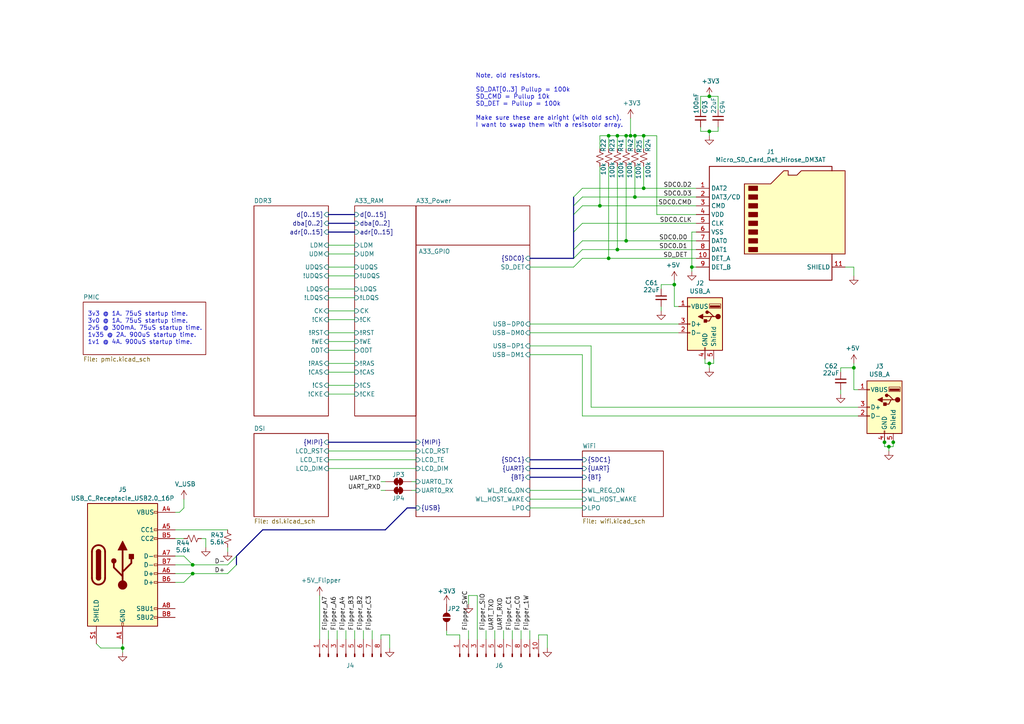
<source format=kicad_sch>
(kicad_sch (version 20231120) (generator "eeschema") (generator_version "8.0")
  (paper "A4")
  (title_block (title "Wifi Wart NFF") (rev "R0.1") (company "Interrupt Labs"))
  (lib_symbols
    (symbol "Connector:Conn_01x08_Pin" (pin_names (offset 1.016) hide)
      (property "Reference" "J" (at 0 10.16 0))
      (property "Value" "Conn_01x08_Pin" (at 0 -12.7 0))
      (symbol "Conn_01x08_Pin_1_1"
        (polyline (pts (xy 1.27 -10.16) (xy 0.8636 -10.16)) (stroke (width 0.1524)))
        (polyline (pts (xy 1.27 -7.62) (xy 0.8636 -7.62)) (stroke (width 0.1524)))
        (polyline (pts (xy 1.27 -5.08) (xy 0.8636 -5.08)) (stroke (width 0.1524)))
        (polyline (pts (xy 1.27 -2.54) (xy 0.8636 -2.54)) (stroke (width 0.1524)))
        (polyline (pts (xy 1.27 0) (xy 0.8636 0)) (stroke (width 0.1524)))
        (polyline (pts (xy 1.27 2.54) (xy 0.8636 2.54)) (stroke (width 0.1524)))
        (polyline (pts (xy 1.27 5.08) (xy 0.8636 5.08)) (stroke (width 0.1524)))
        (polyline (pts (xy 1.27 7.62) (xy 0.8636 7.62)) (stroke (width 0.1524)))
        (rectangle (start 0.8636 -10.033) (end 0 -10.287) (stroke (width 0.1524)) (fill (type outline)))
        (rectangle (start 0.8636 -7.493) (end 0 -7.747) (stroke (width 0.1524)) (fill (type outline)))
        (rectangle (start 0.8636 -4.953) (end 0 -5.207) (stroke (width 0.1524)) (fill (type outline)))
        (rectangle (start 0.8636 -2.413) (end 0 -2.667) (stroke (width 0.1524)) (fill (type outline)))
        (rectangle (start 0.8636 0.127) (end 0 -0.127) (stroke (width 0.1524)) (fill (type outline)))
        (rectangle (start 0.8636 2.667) (end 0 2.413) (stroke (width 0.1524)) (fill (type outline)))
        (rectangle (start 0.8636 5.207) (end 0 4.953) (stroke (width 0.1524)) (fill (type outline)))
        (rectangle (start 0.8636 7.747) (end 0 7.493) (stroke (width 0.1524)) (fill (type outline)))
        (pin passive line (at 5.08 7.62 180) (length 3.81) (name "Pin_1") (number "1"))
        (pin passive line (at 5.08 5.08 180) (length 3.81) (name "Pin_2") (number "2"))
        (pin passive line (at 5.08 2.54 180) (length 3.81) (name "Pin_3") (number "3"))
        (pin passive line (at 5.08 0 180) (length 3.81) (name "Pin_4") (number "4"))
        (pin passive line (at 5.08 -2.54 180) (length 3.81) (name "Pin_5") (number "5"))
        (pin passive line (at 5.08 -5.08 180) (length 3.81) (name "Pin_6") (number "6"))
        (pin passive line (at 5.08 -7.62 180) (length 3.81) (name "Pin_7") (number "7"))
        (pin passive line (at 5.08 -10.16 180) (length 3.81) (name "Pin_8") (number "8"))
      )
    )
    (symbol "Connector:Conn_01x10_Pin" (pin_names (offset 1.016) hide)
      (property "Reference" "J" (at 0 12.7 0))
      (property "Value" "Conn_01x10_Pin" (at 0 -15.24 0))
      (symbol "Conn_01x10_Pin_1_1"
        (polyline (pts (xy 1.27 -12.7) (xy 0.8636 -12.7)) (stroke (width 0.1524)))
        (polyline (pts (xy 1.27 -10.16) (xy 0.8636 -10.16)) (stroke (width 0.1524)))
        (polyline (pts (xy 1.27 -7.62) (xy 0.8636 -7.62)) (stroke (width 0.1524)))
        (polyline (pts (xy 1.27 -5.08) (xy 0.8636 -5.08)) (stroke (width 0.1524)))
        (polyline (pts (xy 1.27 -2.54) (xy 0.8636 -2.54)) (stroke (width 0.1524)))
        (polyline (pts (xy 1.27 0) (xy 0.8636 0)) (stroke (width 0.1524)))
        (polyline (pts (xy 1.27 2.54) (xy 0.8636 2.54)) (stroke (width 0.1524)))
        (polyline (pts (xy 1.27 5.08) (xy 0.8636 5.08)) (stroke (width 0.1524)))
        (polyline (pts (xy 1.27 7.62) (xy 0.8636 7.62)) (stroke (width 0.1524)))
        (polyline (pts (xy 1.27 10.16) (xy 0.8636 10.16)) (stroke (width 0.1524)))
        (rectangle (start 0.8636 -12.573) (end 0 -12.827) (stroke (width 0.1524)) (fill (type outline)))
        (rectangle (start 0.8636 -10.033) (end 0 -10.287) (stroke (width 0.1524)) (fill (type outline)))
        (rectangle (start 0.8636 -7.493) (end 0 -7.747) (stroke (width 0.1524)) (fill (type outline)))
        (rectangle (start 0.8636 -4.953) (end 0 -5.207) (stroke (width 0.1524)) (fill (type outline)))
        (rectangle (start 0.8636 -2.413) (end 0 -2.667) (stroke (width 0.1524)) (fill (type outline)))
        (rectangle (start 0.8636 0.127) (end 0 -0.127) (stroke (width 0.1524)) (fill (type outline)))
        (rectangle (start 0.8636 2.667) (end 0 2.413) (stroke (width 0.1524)) (fill (type outline)))
        (rectangle (start 0.8636 5.207) (end 0 4.953) (stroke (width 0.1524)) (fill (type outline)))
        (rectangle (start 0.8636 7.747) (end 0 7.493) (stroke (width 0.1524)) (fill (type outline)))
        (rectangle (start 0.8636 10.287) (end 0 10.033) (stroke (width 0.1524)) (fill (type outline)))
        (pin passive line (at 5.08 10.16 180) (length 3.81) (name "Pin_1") (number "1"))
        (pin passive line (at 5.08 -12.7 180) (length 3.81) (name "Pin_10") (number "10"))
        (pin passive line (at 5.08 7.62 180) (length 3.81) (name "Pin_2") (number "2"))
        (pin passive line (at 5.08 5.08 180) (length 3.81) (name "Pin_3") (number "3"))
        (pin passive line (at 5.08 2.54 180) (length 3.81) (name "Pin_4") (number "4"))
        (pin passive line (at 5.08 0 180) (length 3.81) (name "Pin_5") (number "5"))
        (pin passive line (at 5.08 -2.54 180) (length 3.81) (name "Pin_6") (number "6"))
        (pin passive line (at 5.08 -5.08 180) (length 3.81) (name "Pin_7") (number "7"))
        (pin passive line (at 5.08 -7.62 180) (length 3.81) (name "Pin_8") (number "8"))
        (pin passive line (at 5.08 -10.16 180) (length 3.81) (name "Pin_9") (number "9"))
      )
    )
    (symbol "Connector:Micro_SD_Card_Det_Hirose_DM3AT"
      (property "Reference" "J" (at -16.51 17.78 0))
      (property "Value" "Micro_SD_Card_Det_Hirose_DM3AT" (at 16.51 17.78 0))
      (symbol "Micro_SD_Card_Det_Hirose_DM3AT_0_1"
        (rectangle (start -7.62 -6.985) (end -5.08 -8.255) (stroke (width 0.254)) (fill (type outline)))
        (rectangle (start -7.62 -4.445) (end -5.08 -5.715) (stroke (width 0.254)) (fill (type outline)))
        (rectangle (start -7.62 -1.905) (end -5.08 -3.175) (stroke (width 0.254)) (fill (type outline)))
        (rectangle (start -7.62 0.635) (end -5.08 -0.635) (stroke (width 0.254)) (fill (type outline)))
        (rectangle (start -7.62 3.175) (end -5.08 1.905) (stroke (width 0.254)) (fill (type outline)))
        (rectangle (start -7.62 5.715) (end -5.08 4.445) (stroke (width 0.254)) (fill (type outline)))
        (rectangle (start -7.62 8.255) (end -5.08 6.985) (stroke (width 0.254)) (fill (type outline)))
        (rectangle (start -7.62 10.795) (end -5.08 9.525) (stroke (width 0.254)) (fill (type outline)))
        (polyline (pts (xy 16.51 15.24) (xy 16.51 16.51) (xy -19.05 16.51) (xy -19.05 -16.51) (xy 16.51 -16.51) (xy 16.51 -8.89)) (stroke (width 0.254)))
        (polyline (pts (xy -8.89 -8.89) (xy -8.89 11.43) (xy -1.27 11.43) (xy 2.54 15.24) (xy 3.81 15.24) (xy 3.81 13.97) (xy 6.35 13.97) (xy 7.62 15.24) (xy 20.32 15.24) (xy 20.32 -8.89) (xy -8.89 -8.89)) (stroke (width 0.254)) (fill (type background)))
      )
      (symbol "Micro_SD_Card_Det_Hirose_DM3AT_1_1"
        (pin bidirectional line (at -22.86 10.16 0) (length 3.81) (name "DAT2") (number "1"))
        (pin passive line (at -22.86 -10.16 0) (length 3.81) (name "DET_A") (number "10"))
        (pin passive line (at 20.32 -12.7 180) (length 3.81) (name "SHIELD") (number "11"))
        (pin bidirectional line (at -22.86 7.62 0) (length 3.81) (name "DAT3/CD") (number "2"))
        (pin input line (at -22.86 5.08 0) (length 3.81) (name "CMD") (number "3"))
        (pin power_in line (at -22.86 2.54 0) (length 3.81) (name "VDD") (number "4"))
        (pin input line (at -22.86 0 0) (length 3.81) (name "CLK") (number "5"))
        (pin power_in line (at -22.86 -2.54 0) (length 3.81) (name "VSS") (number "6"))
        (pin bidirectional line (at -22.86 -5.08 0) (length 3.81) (name "DAT0") (number "7"))
        (pin bidirectional line (at -22.86 -7.62 0) (length 3.81) (name "DAT1") (number "8"))
        (pin passive line (at -22.86 -12.7 0) (length 3.81) (name "DET_B") (number "9"))
      )
    )
    (symbol "Connector:USB_A" (pin_names (offset 1.016))
      (property "Reference" "J" (at -5.08 11.43 0))
      (property "Value" "USB_A" (at -5.08 8.89 0))
      (symbol "USB_A_0_1"
        (rectangle (start -5.08 -7.62) (end 5.08 7.62) (stroke (width 0.254)) (fill (type background)))
        (circle (center -3.81 2.159) (radius 0.635) (stroke (width 0.254)) (fill (type outline)))
        (rectangle (start -1.524 4.826) (end -4.318 5.334) (fill (type outline)))
        (rectangle (start -1.27 4.572) (end -4.572 5.842))
        (circle (center -0.635 3.429) (radius 0.381) (stroke (width 0.254)) (fill (type outline)))
        (rectangle (start -0.127 -7.62) (end 0.127 -6.858))
        (polyline (pts (xy -3.175 2.159) (xy -2.54 2.159) (xy -1.27 3.429) (xy -0.635 3.429)) (stroke (width 0.254)))
        (polyline (pts (xy -2.54 2.159) (xy -1.905 2.159) (xy -1.27 0.889) (xy 0 0.889)) (stroke (width 0.254)))
        (polyline (pts (xy 0.635 2.794) (xy 0.635 1.524) (xy 1.905 2.159) (xy 0.635 2.794)) (stroke (width 0.254)) (fill (type outline)))
        (rectangle (start 0.254 1.27) (end -0.508 0.508) (stroke (width 0.254)) (fill (type outline)))
        (rectangle (start 5.08 -2.667) (end 4.318 -2.413))
        (rectangle (start 5.08 -0.127) (end 4.318 0.127))
        (rectangle (start 5.08 4.953) (end 4.318 5.207))
      )
      (symbol "USB_A_1_1"
        (polyline (pts (xy -1.905 2.159) (xy 0.635 2.159)) (stroke (width 0.254)))
        (pin power_in line (at 7.62 5.08 180) (length 2.54) (name "VBUS") (number "1"))
        (pin bidirectional line (at 7.62 -2.54 180) (length 2.54) (name "D-") (number "2"))
        (pin bidirectional line (at 7.62 0 180) (length 2.54) (name "D+") (number "3"))
        (pin power_in line (at 0 -10.16 90) (length 2.54) (name "GND") (number "4"))
        (pin passive line (at -2.54 -10.16 90) (length 2.54) (name "Shield") (number "5"))
      )
    )
    (symbol "Connector:USB_C_Receptacle_USB2.0_16P" (pin_names (offset 1.016))
      (property "Reference" "J" (at 0 22.225 0))
      (property "Value" "USB_C_Receptacle_USB2.0_16P" (at 0 19.685 0))
      (symbol "USB_C_Receptacle_USB2.0_16P_0_0"
        (rectangle (start -0.254 -17.78) (end 0.254 -16.764))
        (rectangle (start 10.16 -14.986) (end 9.144 -15.494))
        (rectangle (start 10.16 -12.446) (end 9.144 -12.954))
        (rectangle (start 10.16 -4.826) (end 9.144 -5.334))
        (rectangle (start 10.16 -2.286) (end 9.144 -2.794))
        (rectangle (start 10.16 0.254) (end 9.144 -0.254))
        (rectangle (start 10.16 2.794) (end 9.144 2.286))
        (rectangle (start 10.16 7.874) (end 9.144 7.366))
        (rectangle (start 10.16 10.414) (end 9.144 9.906))
        (rectangle (start 10.16 15.494) (end 9.144 14.986))
      )
      (symbol "USB_C_Receptacle_USB2.0_16P_0_1"
        (rectangle (start -10.16 17.78) (end 10.16 -17.78) (stroke (width 0.254)) (fill (type background)))
        (arc (start -8.89 -3.81) (mid -6.985 -5.7067) (end -5.08 -3.81) (stroke (width 0.508)))
        (arc (start -7.62 -3.81) (mid -6.985 -4.4423) (end -6.35 -3.81) (stroke (width 0.254)))
        (arc (start -7.62 -3.81) (mid -6.985 -4.4423) (end -6.35 -3.81) (stroke (width 0.254)) (fill (type outline)))
        (rectangle (start -7.62 -3.81) (end -6.35 3.81) (stroke (width 0.254)) (fill (type outline)))
        (arc (start -6.35 3.81) (mid -6.985 4.4423) (end -7.62 3.81) (stroke (width 0.254)))
        (arc (start -6.35 3.81) (mid -6.985 4.4423) (end -7.62 3.81) (stroke (width 0.254)) (fill (type outline)))
        (arc (start -5.08 3.81) (mid -6.985 5.7067) (end -8.89 3.81) (stroke (width 0.508)))
        (circle (center -2.54 1.143) (radius 0.635) (stroke (width 0.254)) (fill (type outline)))
        (circle (center 0 -5.842) (radius 1.27) (fill (type outline)))
        (polyline (pts (xy -8.89 -3.81) (xy -8.89 3.81)) (stroke (width 0.508)))
        (polyline (pts (xy -5.08 3.81) (xy -5.08 -3.81)) (stroke (width 0.508)))
        (polyline (pts (xy 0 -5.842) (xy 0 4.318)) (stroke (width 0.508)))
        (polyline (pts (xy 0 -3.302) (xy -2.54 -0.762) (xy -2.54 0.508)) (stroke (width 0.508)))
        (polyline (pts (xy 0 -2.032) (xy 2.54 0.508) (xy 2.54 1.778)) (stroke (width 0.508)))
        (polyline (pts (xy -1.27 4.318) (xy 0 6.858) (xy 1.27 4.318) (xy -1.27 4.318)) (stroke (width 0.254)) (fill (type outline)))
        (rectangle (start 1.905 1.778) (end 3.175 3.048) (stroke (width 0.254)) (fill (type outline)))
      )
      (symbol "USB_C_Receptacle_USB2.0_16P_1_1"
        (pin passive line (at 0 -22.86 90) (length 5.08) (name "GND") (number "A1"))
        (pin passive line (at 0 -22.86 90) (length 5.08) hide (name "GND") (number "A12"))
        (pin passive line (at 15.24 15.24 180) (length 5.08) (name "VBUS") (number "A4"))
        (pin bidirectional line (at 15.24 10.16 180) (length 5.08) (name "CC1") (number "A5"))
        (pin bidirectional line (at 15.24 -2.54 180) (length 5.08) (name "D+") (number "A6"))
        (pin bidirectional line (at 15.24 2.54 180) (length 5.08) (name "D-") (number "A7"))
        (pin bidirectional line (at 15.24 -12.7 180) (length 5.08) (name "SBU1") (number "A8"))
        (pin passive line (at 15.24 15.24 180) (length 5.08) hide (name "VBUS") (number "A9"))
        (pin passive line (at 0 -22.86 90) (length 5.08) hide (name "GND") (number "B1"))
        (pin passive line (at 0 -22.86 90) (length 5.08) hide (name "GND") (number "B12"))
        (pin passive line (at 15.24 15.24 180) (length 5.08) hide (name "VBUS") (number "B4"))
        (pin bidirectional line (at 15.24 7.62 180) (length 5.08) (name "CC2") (number "B5"))
        (pin bidirectional line (at 15.24 -5.08 180) (length 5.08) (name "D+") (number "B6"))
        (pin bidirectional line (at 15.24 0 180) (length 5.08) (name "D-") (number "B7"))
        (pin bidirectional line (at 15.24 -15.24 180) (length 5.08) (name "SBU2") (number "B8"))
        (pin passive line (at 15.24 15.24 180) (length 5.08) hide (name "VBUS") (number "B9"))
        (pin passive line (at -7.62 -22.86 90) (length 5.08) (name "SHIELD") (number "S1"))
      )
    )
    (symbol "Device:C_Small" (pin_numbers hide) (pin_names (offset 0.254) hide)
      (property "Reference" "C" (at 0.254 1.778 0))
      (property "Value" "C_Small" (at 0.254 -2.032 0))
      (symbol "C_Small_0_1"
        (polyline (pts (xy -1.524 -0.508) (xy 1.524 -0.508)) (stroke (width 0.3302)))
        (polyline (pts (xy -1.524 0.508) (xy 1.524 0.508)) (stroke (width 0.3048)))
      )
      (symbol "C_Small_1_1"
        (pin passive line (at 0 2.54 270) (length 2.032) (name "~") (number "1"))
        (pin passive line (at 0 -2.54 90) (length 2.032) (name "~") (number "2"))
      )
    )
    (symbol "Device:R_Small_US" (pin_numbers hide) (pin_names (offset 0.254) hide)
      (property "Reference" "R" (at 0.762 0.508 0))
      (property "Value" "R_Small_US" (at 0.762 -1.016 0))
      (symbol "R_Small_US_1_1"
        (polyline (pts (xy 0 0) (xy 1.016 -0.381) (xy 0 -0.762) (xy -1.016 -1.143) (xy 0 -1.524)))
        (polyline (pts (xy 0 1.524) (xy 1.016 1.143) (xy 0 0.762) (xy -1.016 0.381) (xy 0 0)))
        (pin passive line (at 0 2.54 270) (length 1.016) (name "~") (number "1"))
        (pin passive line (at 0 -2.54 90) (length 1.016) (name "~") (number "2"))
      )
    )
    (symbol "Jumper:SolderJumper_2_Bridged" (pin_numbers hide) (pin_names (offset 0) hide) (exclude_from_sim yes) (in_bom no)
      (property "Reference" "JP" (at 0 2.032 0))
      (property "Value" "SolderJumper_2_Bridged" (at 0 -2.54 0))
      (symbol "SolderJumper_2_Bridged_0_1"
        (rectangle (start -0.508 0.508) (end 0.508 -0.508) (fill (type outline)))
        (arc (start -0.254 1.016) (mid -1.2656 0) (end -0.254 -1.016))
        (arc (start -0.254 1.016) (mid -1.2656 0) (end -0.254 -1.016) (fill (type outline)))
        (polyline (pts (xy -0.254 1.016) (xy -0.254 -1.016)))
        (polyline (pts (xy 0.254 1.016) (xy 0.254 -1.016)))
        (arc (start 0.254 -1.016) (mid 1.2656 0) (end 0.254 1.016))
        (arc (start 0.254 -1.016) (mid 1.2656 0) (end 0.254 1.016) (fill (type outline)))
      )
      (symbol "SolderJumper_2_Bridged_1_1"
        (pin passive line (at -3.81 0 0) (length 2.54) (name "A") (number "1"))
        (pin passive line (at 3.81 0 180) (length 2.54) (name "B") (number "2"))
      )
    )
    (symbol "Jumper:SolderJumper_2_Open" (pin_numbers hide) (pin_names (offset 0) hide) (exclude_from_sim yes) (in_bom no)
      (property "Reference" "JP" (at 0 2.032 0))
      (property "Value" "SolderJumper_2_Open" (at 0 -2.54 0))
      (symbol "SolderJumper_2_Open_0_1"
        (arc (start -0.254 1.016) (mid -1.2656 0) (end -0.254 -1.016))
        (arc (start -0.254 1.016) (mid -1.2656 0) (end -0.254 -1.016) (fill (type outline)))
        (polyline (pts (xy -0.254 1.016) (xy -0.254 -1.016)))
        (polyline (pts (xy 0.254 1.016) (xy 0.254 -1.016)))
        (arc (start 0.254 -1.016) (mid 1.2656 0) (end 0.254 1.016))
        (arc (start 0.254 -1.016) (mid 1.2656 0) (end 0.254 1.016) (fill (type outline)))
      )
      (symbol "SolderJumper_2_Open_1_1"
        (pin passive line (at -3.81 0 0) (length 2.54) (name "A") (number "1"))
        (pin passive line (at 3.81 0 180) (length 2.54) (name "B") (number "2"))
      )
    )
    (symbol "hardware-rescue:+3V3-power" (power) (pin_names (offset 0))
      (property "Value" "power_+3V3" (at 0 3.556 0))
      (symbol "+3V3-power_0_1"
        (polyline (pts (xy -0.762 1.27) (xy 0 2.54)))
        (polyline (pts (xy 0 0) (xy 0 2.54)))
        (polyline (pts (xy 0 2.54) (xy 0.762 1.27)))
      )
      (symbol "+3V3-power_1_1"
        (pin power_in line (at 0 0 90) (length 0) hide (name "+3V3") (number "1"))
      )
    )
    (symbol "hardware-rescue:+5V-power" (power) (pin_names (offset 0))
      (property "Value" "power_+5V" (at 0 3.556 0))
      (symbol "+5V-power_0_1"
        (polyline (pts (xy -0.762 1.27) (xy 0 2.54)))
        (polyline (pts (xy 0 0) (xy 0 2.54)))
        (polyline (pts (xy 0 2.54) (xy 0.762 1.27)))
      )
      (symbol "+5V-power_1_1"
        (pin power_in line (at 0 0 90) (length 0) hide (name "+5V") (number "1"))
      )
    )
    (symbol "hardware-rescue:GND-power" (power) (pin_names (offset 0))
      (property "Value" "power_GND" (at 0 -3.81 0))
      (symbol "GND-power_0_1"
        (polyline (pts (xy 0 0) (xy 0 -1.27) (xy 1.27 -1.27) (xy 0 -2.54) (xy -1.27 -1.27) (xy 0 -1.27)))
      )
      (symbol "GND-power_1_1"
        (pin power_in line (at 0 0 270) (length 0) hide (name "GND") (number "1"))
      )
    )
    (symbol "power:+3V3" (power) (pin_names (offset 0))
      (property "Value" "+3V3" (at 0 3.556 0))
      (symbol "+3V3_0_1"
        (polyline (pts (xy -0.762 1.27) (xy 0 2.54)))
        (polyline (pts (xy 0 0) (xy 0 2.54)))
        (polyline (pts (xy 0 2.54) (xy 0.762 1.27)))
      )
      (symbol "+3V3_1_1"
        (pin power_in line (at 0 0 90) (length 0) hide (name "+3V3") (number "1"))
      )
    )
    (symbol "power:+5V" (power) (pin_names (offset 0))
      (property "Value" "+5V" (at 0 3.556 0))
      (symbol "+5V_0_1"
        (polyline (pts (xy -0.762 1.27) (xy 0 2.54)))
        (polyline (pts (xy 0 0) (xy 0 2.54)))
        (polyline (pts (xy 0 2.54) (xy 0.762 1.27)))
      )
      (symbol "+5V_1_1"
        (pin power_in line (at 0 0 90) (length 0) hide (name "+5V") (number "1"))
      )
    )
    (symbol "power:GND" (power) (pin_names (offset 0))
      (property "Value" "GND" (at 0 -3.81 0))
      (symbol "GND_0_1"
        (polyline (pts (xy 0 0) (xy 0 -1.27) (xy 1.27 -1.27) (xy 0 -2.54) (xy -1.27 -1.27) (xy 0 -1.27)))
      )
      (symbol "GND_1_1"
        (pin power_in line (at 0 0 270) (length 0) hide (name "GND") (number "1"))
      )
    )
  )
  (junction (at 205.74 27.94))
  (junction (at 181.61 39.37))
  (junction (at 184.15 57.15))
  (junction (at 259.08 128.27))
  (junction (at 205.74 38.1))
  (junction (at 256.54 128.27))
  (junction (at 247.65 106.68))
  (junction (at 55.88 163.83))
  (junction (at 173.99 59.69))
  (junction (at 35.56 187.96))
  (junction (at 181.61 69.85))
  (junction (at 176.53 74.93))
  (junction (at 55.88 166.37))
  (junction (at 184.15 39.37))
  (junction (at 257.81 129.54))
  (junction (at 176.53 39.37))
  (junction (at 182.88 39.37))
  (junction (at 195.58 82.55))
  (junction (at 205.74 105.41))
  (junction (at 200.66 77.47))
  (junction (at 186.69 54.61))
  (junction (at 179.07 39.37))
  (junction (at 186.69 39.37))
  (junction (at 179.07 72.39))
  (bus_entry (at 66.04 166.37) (size 2.54 -2.54))
  (bus_entry (at 166.37 62.23) (size 2.54 -2.54))
  (bus_entry (at 166.37 57.15) (size 2.54 -2.54))
  (bus_entry (at 166.37 67.31) (size 2.54 -2.54))
  (bus_entry (at 66.04 163.83) (size 2.54 -2.54))
  (bus_entry (at 166.37 74.93) (size 2.54 -2.54))
  (bus_entry (at 166.37 59.69) (size 2.54 -2.54))
  (bus_entry (at 166.37 72.39) (size 2.54 -2.54))
  (wire (pts (xy 59.69 156.21) (xy 59.69 158.75)))
  (bus (pts (xy 153.67 133.35) (xy 168.91 133.35)))
  (wire (pts (xy 35.56 186.69) (xy 35.56 187.96)))
  (wire (pts (xy 195.58 81.28) (xy 195.58 82.55)))
  (wire (pts (xy 200.66 77.47) (xy 201.93 77.47)))
  (wire (pts (xy 95.25 182.88) (xy 95.25 185.42)))
  (wire (pts (xy 173.99 48.26) (xy 173.99 59.69)))
  (wire (pts (xy 146.05 182.88) (xy 146.05 185.42)))
  (wire (pts (xy 186.69 54.61) (xy 201.93 54.61)))
  (wire (pts (xy 95.25 107.95) (xy 102.87 107.95)))
  (wire (pts (xy 181.61 39.37) (xy 179.07 39.37)))
  (wire (pts (xy 66.04 158.75) (xy 66.04 160.02)))
  (wire (pts (xy 243.84 106.68) (xy 243.84 107.95)))
  (wire (pts (xy 184.15 48.26) (xy 184.15 57.15)))
  (bus (pts (xy 153.67 135.89) (xy 168.91 135.89)))
  (bus (pts (xy 76.2 153.67) (xy 111.76 153.67)))
  (wire (pts (xy 259.08 129.54) (xy 257.81 129.54)))
  (wire (pts (xy 113.03 184.15) (xy 113.03 187.96)))
  (wire (pts (xy 95.25 77.47) (xy 102.87 77.47)))
  (wire (pts (xy 168.91 59.69) (xy 173.99 59.69)))
  (wire (pts (xy 50.8 161.29) (xy 53.34 161.29)))
  (wire (pts (xy 168.91 120.65) (xy 248.92 120.65)))
  (wire (pts (xy 55.88 163.83) (xy 66.04 163.83)))
  (wire (pts (xy 111.76 142.24) (xy 110.49 142.24)))
  (wire (pts (xy 186.69 39.37) (xy 186.69 43.18)))
  (wire (pts (xy 110.49 185.42) (xy 110.49 184.15)))
  (wire (pts (xy 203.2 31.75) (xy 203.2 27.94)))
  (wire (pts (xy 182.88 34.29) (xy 182.88 39.37)))
  (wire (pts (xy 200.66 67.31) (xy 200.66 77.47)))
  (wire (pts (xy 95.25 105.41) (xy 102.87 105.41)))
  (wire (pts (xy 256.54 127) (xy 256.54 128.27)))
  (wire (pts (xy 176.53 74.93) (xy 201.93 74.93)))
  (wire (pts (xy 95.25 130.81) (xy 120.65 130.81)))
  (wire (pts (xy 140.97 182.88) (xy 140.97 185.42)))
  (bus (pts (xy 95.25 64.77) (xy 102.87 64.77)))
  (wire (pts (xy 50.8 153.67) (xy 66.04 153.67)))
  (wire (pts (xy 50.8 163.83) (xy 55.88 163.83)))
  (wire (pts (xy 208.28 31.75) (xy 208.28 27.94)))
  (bus (pts (xy 120.65 147.32) (xy 118.11 147.32)))
  (bus (pts (xy 166.37 59.69) (xy 166.37 62.23)))
  (wire (pts (xy 95.25 90.17) (xy 102.87 90.17)))
  (wire (pts (xy 168.91 102.87) (xy 168.91 120.65)))
  (wire (pts (xy 153.67 96.52) (xy 196.85 96.52)))
  (wire (pts (xy 200.66 67.31) (xy 201.93 67.31)))
  (wire (pts (xy 176.53 39.37) (xy 176.53 43.18)))
  (wire (pts (xy 181.61 48.26) (xy 181.61 69.85)))
  (wire (pts (xy 168.91 64.77) (xy 201.93 64.77)))
  (wire (pts (xy 156.21 184.15) (xy 158.75 184.15)))
  (wire (pts (xy 257.81 129.54) (xy 256.54 129.54)))
  (wire (pts (xy 153.67 142.24) (xy 168.91 142.24)))
  (wire (pts (xy 95.25 71.12) (xy 102.87 71.12)))
  (bus (pts (xy 166.37 74.93) (xy 166.37 72.39)))
  (wire (pts (xy 29.21 187.96) (xy 27.94 186.69)))
  (wire (pts (xy 247.65 105.41) (xy 247.65 106.68)))
  (wire (pts (xy 35.56 187.96) (xy 29.21 187.96)))
  (wire (pts (xy 95.25 96.52) (xy 102.87 96.52)))
  (bus (pts (xy 95.25 67.31) (xy 102.87 67.31)))
  (wire (pts (xy 259.08 128.27) (xy 259.08 129.54)))
  (wire (pts (xy 186.69 48.26) (xy 186.69 54.61)))
  (wire (pts (xy 95.25 111.76) (xy 102.87 111.76)))
  (wire (pts (xy 107.95 182.88) (xy 107.95 185.42)))
  (wire (pts (xy 35.56 187.96) (xy 35.56 189.23)))
  (wire (pts (xy 243.84 106.68) (xy 247.65 106.68)))
  (wire (pts (xy 196.85 88.9) (xy 195.58 88.9)))
  (wire (pts (xy 95.25 73.66) (xy 102.87 73.66)))
  (wire (pts (xy 95.25 83.82) (xy 102.87 83.82)))
  (wire (pts (xy 171.45 118.11) (xy 248.92 118.11)))
  (wire (pts (xy 95.25 86.36) (xy 102.87 86.36)))
  (wire (pts (xy 168.91 72.39) (xy 179.07 72.39)))
  (wire (pts (xy 190.5 62.23) (xy 201.93 62.23)))
  (wire (pts (xy 203.2 27.94) (xy 205.74 27.94)))
  (wire (pts (xy 55.88 166.37) (xy 66.04 166.37)))
  (wire (pts (xy 205.74 39.37) (xy 205.74 38.1)))
  (wire (pts (xy 135.89 182.88) (xy 135.89 185.42)))
  (wire (pts (xy 205.74 27.94) (xy 208.28 27.94)))
  (wire (pts (xy 168.91 54.61) (xy 186.69 54.61)))
  (wire (pts (xy 200.66 77.47) (xy 200.66 78.74)))
  (wire (pts (xy 259.08 127) (xy 259.08 128.27)))
  (wire (pts (xy 179.07 72.39) (xy 201.93 72.39)))
  (bus (pts (xy 166.37 57.15) (xy 166.37 59.69)))
  (wire (pts (xy 52.07 148.59) (xy 53.34 147.32)))
  (bus (pts (xy 68.58 161.29) (xy 76.2 153.67)))
  (wire (pts (xy 205.74 105.41) (xy 205.74 106.68)))
  (wire (pts (xy 102.87 182.88) (xy 102.87 185.42)))
  (wire (pts (xy 243.84 113.03) (xy 243.84 114.3)))
  (wire (pts (xy 110.49 139.7) (xy 111.76 139.7)))
  (wire (pts (xy 95.25 80.01) (xy 102.87 80.01)))
  (wire (pts (xy 245.11 77.47) (xy 247.65 77.47)))
  (wire (pts (xy 53.34 168.91) (xy 55.88 166.37)))
  (wire (pts (xy 129.54 184.15) (xy 133.35 184.15)))
  (wire (pts (xy 181.61 69.85) (xy 201.93 69.85)))
  (wire (pts (xy 208.28 38.1) (xy 205.74 38.1)))
  (wire (pts (xy 179.07 39.37) (xy 179.07 43.18)))
  (wire (pts (xy 153.67 102.87) (xy 168.91 102.87)))
  (wire (pts (xy 133.35 184.15) (xy 133.35 185.42)))
  (wire (pts (xy 247.65 106.68) (xy 247.65 113.03)))
  (wire (pts (xy 95.25 101.6) (xy 102.87 101.6)))
  (wire (pts (xy 138.43 172.72) (xy 138.43 185.42)))
  (wire (pts (xy 50.8 168.91) (xy 53.34 168.91)))
  (wire (pts (xy 205.74 105.41) (xy 204.47 105.41)))
  (wire (pts (xy 58.42 156.21) (xy 59.69 156.21)))
  (bus (pts (xy 153.67 138.43) (xy 168.91 138.43)))
  (wire (pts (xy 171.45 100.33) (xy 171.45 118.11)))
  (wire (pts (xy 153.67 147.32) (xy 168.91 147.32)))
  (wire (pts (xy 181.61 39.37) (xy 181.61 43.18)))
  (wire (pts (xy 179.07 48.26) (xy 179.07 72.39)))
  (wire (pts (xy 153.67 100.33) (xy 171.45 100.33)))
  (wire (pts (xy 191.77 82.55) (xy 195.58 82.55)))
  (wire (pts (xy 153.67 93.98) (xy 196.85 93.98)))
  (wire (pts (xy 204.47 105.41) (xy 204.47 104.14)))
  (wire (pts (xy 100.33 182.88) (xy 100.33 185.42)))
  (wire (pts (xy 158.75 184.15) (xy 158.75 187.96)))
  (wire (pts (xy 256.54 129.54) (xy 256.54 128.27)))
  (wire (pts (xy 153.67 77.47) (xy 166.37 77.47)))
  (wire (pts (xy 95.25 92.71) (xy 102.87 92.71)))
  (wire (pts (xy 207.01 105.41) (xy 205.74 105.41)))
  (wire (pts (xy 110.49 184.15) (xy 113.03 184.15)))
  (wire (pts (xy 176.53 39.37) (xy 179.07 39.37)))
  (wire (pts (xy 148.59 182.88) (xy 148.59 185.42)))
  (wire (pts (xy 92.71 172.72) (xy 92.71 185.42)))
  (bus (pts (xy 95.25 128.27) (xy 120.65 128.27)))
  (wire (pts (xy 168.91 74.93) (xy 166.37 77.47)))
  (wire (pts (xy 205.74 38.1) (xy 203.2 38.1)))
  (wire (pts (xy 95.25 114.3) (xy 102.87 114.3)))
  (wire (pts (xy 50.8 148.59) (xy 52.07 148.59)))
  (wire (pts (xy 257.81 130.81) (xy 257.81 129.54)))
  (wire (pts (xy 173.99 39.37) (xy 176.53 39.37)))
  (wire (pts (xy 151.13 182.88) (xy 151.13 185.42)))
  (wire (pts (xy 173.99 39.37) (xy 173.99 43.18)))
  (wire (pts (xy 191.77 82.55) (xy 191.77 83.82)))
  (wire (pts (xy 153.67 144.78) (xy 168.91 144.78)))
  (wire (pts (xy 176.53 74.93) (xy 168.91 74.93)))
  (wire (pts (xy 173.99 59.69) (xy 201.93 59.69)))
  (wire (pts (xy 153.67 182.88) (xy 153.67 185.42)))
  (wire (pts (xy 95.25 99.06) (xy 102.87 99.06)))
  (wire (pts (xy 105.41 182.88) (xy 105.41 185.42)))
  (wire (pts (xy 184.15 39.37) (xy 186.69 39.37)))
  (wire (pts (xy 156.21 185.42) (xy 156.21 184.15)))
  (wire (pts (xy 138.43 172.72) (xy 135.89 172.72)))
  (wire (pts (xy 186.69 39.37) (xy 190.5 39.37)))
  (wire (pts (xy 208.28 36.83) (xy 208.28 38.1)))
  (wire (pts (xy 190.5 39.37) (xy 190.5 62.23)))
  (bus (pts (xy 68.58 161.29) (xy 68.58 163.83)))
  (bus (pts (xy 95.25 62.23) (xy 102.87 62.23)))
  (wire (pts (xy 182.88 39.37) (xy 184.15 39.37)))
  (wire (pts (xy 97.79 182.88) (xy 97.79 185.42)))
  (wire (pts (xy 168.91 69.85) (xy 181.61 69.85)))
  (wire (pts (xy 95.25 133.35) (xy 120.65 133.35)))
  (wire (pts (xy 120.65 139.7) (xy 119.38 139.7)))
  (wire (pts (xy 50.8 166.37) (xy 55.88 166.37)))
  (wire (pts (xy 195.58 82.55) (xy 195.58 88.9)))
  (wire (pts (xy 135.89 172.72) (xy 135.89 175.26)))
  (wire (pts (xy 184.15 39.37) (xy 184.15 43.18)))
  (wire (pts (xy 207.01 104.14) (xy 207.01 105.41)))
  (wire (pts (xy 247.65 113.03) (xy 248.92 113.03)))
  (wire (pts (xy 120.65 142.24) (xy 119.38 142.24)))
  (wire (pts (xy 50.8 156.21) (xy 53.34 156.21)))
  (wire (pts (xy 95.25 135.89) (xy 120.65 135.89)))
  (wire (pts (xy 182.88 39.37) (xy 181.61 39.37)))
  (wire (pts (xy 176.53 48.26) (xy 176.53 74.93)))
  (wire (pts (xy 247.65 77.47) (xy 247.65 80.01)))
  (bus (pts (xy 166.37 62.23) (xy 166.37 67.31)))
  (wire (pts (xy 129.54 184.15) (xy 129.54 182.88)))
  (bus (pts (xy 111.76 153.67) (xy 118.11 147.32)))
  (bus (pts (xy 166.37 67.31) (xy 166.37 72.39)))
  (wire (pts (xy 203.2 38.1) (xy 203.2 36.83)))
  (wire (pts (xy 53.34 144.78) (xy 53.34 147.32)))
  (bus (pts (xy 153.67 74.93) (xy 166.37 74.93)))
  (wire (pts (xy 191.77 88.9) (xy 191.77 90.17)))
  (wire (pts (xy 53.34 161.29) (xy 55.88 163.83)))
  (wire (pts (xy 143.51 182.88) (xy 143.51 185.42)))
  (wire (pts (xy 184.15 57.15) (xy 201.93 57.15)))
  (wire (pts (xy 168.91 57.15) (xy 184.15 57.15)))
  (text "Note, old resistors.\n\nSD_DAT[0..3] Pullup = 100k\nSD_CMD = Pullup 10k\nSD_DET = Pullup = 100k\n\nMake sure these are alright (with old sch),\nI want to swap them with a resisotor array." (at 137.922 29.21 0) (effects (font (size 1.27 1.27)) (justify left)))
  (text "3v3 @ 1A. 75uS startup time.\n3v0 @ 1A. 75uS startup time.\n2v5 @ 300mA. 75uS startup time.\n1v35 @ 2A. 900uS startup time.\n1v1 @ 4A. 900uS startup time." (at 25.4 100.076 0) (effects (font (size 1.27 1.27)) (justify left bottom)))
  (label "SDC0.CMD" (at 200.66 59.69 180))
  (label "UART_TXD" (at 110.49 139.7 180))
  (label "Flipper_SWC" (at 135.89 182.88 90))
  (label "SDC0.CLK" (at 200.66 64.77 180))
  (label "Flipper_C0" (at 151.13 182.88 90))
  (label "UART_RXD" (at 146.05 182.88 90))
  (label "Flipper_SIO" (at 140.97 182.88 90))
  (label "Flipper_1W" (at 153.67 182.88 90))
  (label "SDC0.D0" (at 199.39 69.85 180))
  (label "D-" (at 62.23 163.83 0))
  (label "UART_TXD" (at 143.51 182.88 90))
  (label "SD_DET" (at 199.39 74.93 180))
  (label "D+" (at 62.23 166.37 0))
  (label "Flipper_A7" (at 95.25 182.88 90))
  (label "Flipper_C1" (at 148.59 182.88 90))
  (label "Flipper_C3" (at 107.95 182.88 90))
  (label "SDC0.D2" (at 200.66 54.61 180))
  (label "UART_RXD" (at 110.49 142.24 180))
  (label "Flipper_B3" (at 102.87 182.88 90))
  (label "SDC0.D3" (at 200.66 57.15 180))
  (label "Flipper_A6" (at 97.79 182.88 90))
  (label "Flipper_B2" (at 105.41 182.88 90))
  (label "SDC0.D1" (at 199.39 72.39 180))
  (label "Flipper_A4" (at 100.33 182.88 90))
  (symbol (lib_id "hardware-rescue:+3V3-power") (at 205.74 27.94 0) (unit 1)
    (property "Reference" "#PWR049" (effects (hide yes)))
    (property "Value" "+3V3" (at 206.121 23.5458 0))
  )
  (symbol (lib_id "power:GND") (at 113.03 187.96 0) (unit 1)
    (property "Reference" "#PWR083" (effects (hide yes)))
    (property "Value" "GND" (effects (hide yes)))
  )
  (symbol (lib_id "Connector:USB_C_Receptacle_USB2.0_16P") (at 35.56 163.83 0) (unit 1)
    (property "Reference" "J5" (at 35.56 141.986 0))
    (property "Value" "USB_C_Receptacle_USB2.0_16P" (at 35.56 144.526 0))
    (property "Footprint" "Connector_USB:USB_C_Receptacle_GCT_USB4105-xx-A_16P_TopMnt_Horizontal" (effects (hide yes)))
    (property "Datasheet" "https://www.usb.org/sites/default/files/documents/usb_type-c.zip" (effects (hide yes)))
    (property "Description" "USB 2.0-only 16P Type-C Receptacle connector" (effects (hide yes)))
    (property "MPN" "USB4105-GF-A-120" (effects (hide yes)))
  )
  (symbol (lib_id "power:GND") (at 135.89 175.26 0) (mirror y) (unit 1)
    (property "Reference" "#PWR085" (effects (hide yes)))
    (property "Value" "GND" (effects (hide yes)))
  )
  (symbol (lib_id "power:GND") (at 35.56 189.23 0) (unit 1)
    (property "Reference" "#PWR099" (effects (hide yes)))
    (property "Value" "GND" (effects (hide yes)))
  )
  (symbol (lib_id "Device:C_Small") (at 191.77 86.36 0) (unit 1)
    (property "Reference" "C61" (at 188.976 82.042 0))
    (property "Value" "22uF" (at 188.976 84.074 0))
    (property "Footprint" "Capacitor_SMD:C_0402_1005Metric" (effects (hide yes)))
    (property "MPN" "GRM158R60J226ME01D" (effects (hide yes)))
  )
  (symbol (lib_id "hardware-rescue:GND-power") (at 247.65 80.01 0) (unit 1)
    (property "Reference" "#PWR082" (effects (hide yes)))
    (property "Value" "GND" (effects (hide yes)))
  )
  (symbol (lib_id "Device:R_Small_US") (at 176.53 45.72 180) (unit 1)
    (property "Reference" "R23" (at 177.546 42.164 90))
    (property "Value" "100k" (at 177.546 49.276 90))
    (property "Footprint" "Resistor_SMD:R_0402_1005Metric" (effects (hide yes)))
    (property "MPN" "RC0402FR-13100KL" (effects (hide yes)))
  )
  (symbol (lib_id "Device:R_Small_US") (at 186.69 45.72 180) (unit 1)
    (property "Reference" "R24" (at 187.96 42.164 90))
    (property "Value" "100k" (at 187.96 49.276 90))
    (property "Footprint" "Resistor_SMD:R_0402_1005Metric" (effects (hide yes)))
    (property "MPN" "RC0402FR-13100KL" (effects (hide yes)))
  )
  (symbol (lib_id "hardware-rescue:GND-power") (at 257.81 130.81 0) (mirror y) (unit 1)
    (property "Reference" "#PWR078" (effects (hide yes)))
    (property "Value" "GND" (effects (hide yes)))
  )
  (symbol (lib_id "Connector:USB_A") (at 204.47 93.98 0) (mirror y) (unit 1)
    (property "Reference" "J2" (at 203.0222 82.1182 0))
    (property "Value" "USB_A" (at 203.0222 84.4296 0))
    (property "Footprint" "Connector_USB:USB_A_Molex_105057_Vertical" (effects (hide yes)))
    (property "MPN" "1050570001" (effects (hide yes)))
  )
  (symbol (lib_id "Device:R_Small_US") (at 179.07 45.72 180) (unit 1)
    (property "Reference" "R41" (at 180.086 42.164 90))
    (property "Value" "100k" (at 180.086 49.276 90))
    (property "Footprint" "Resistor_SMD:R_0402_1005Metric" (effects (hide yes)))
    (property "MPN" "RC0402FR-13100KL" (effects (hide yes)))
  )
  (symbol (lib_id "Device:C_Small") (at 243.84 110.49 0) (unit 1)
    (property "Reference" "C62" (at 241.046 106.172 0))
    (property "Value" "22uF" (at 241.046 108.204 0))
    (property "Footprint" "Capacitor_SMD:C_0402_1005Metric" (effects (hide yes)))
    (property "MPN" "GRM158R60J226ME01D" (effects (hide yes)))
  )
  (symbol (lib_id "Device:R_Small_US") (at 181.61 45.72 180) (unit 1)
    (property "Reference" "R42" (at 182.88 42.164 90))
    (property "Value" "100k" (at 182.626 49.276 90))
    (property "Footprint" "Resistor_SMD:R_0402_1005Metric" (effects (hide yes)))
    (property "MPN" "RC0402FR-13100KL" (effects (hide yes)))
  )
  (symbol (lib_id "power:GND") (at 158.75 187.96 0) (unit 1)
    (property "Reference" "#PWR086" (effects (hide yes)))
    (property "Value" "GND" (effects (hide yes)))
  )
  (symbol (lib_id "Jumper:SolderJumper_2_Bridged") (at 115.57 139.7 0) (mirror y) (unit 1) (exclude_from_sim yes) (in_bom no)
    (property "Reference" "JP3" (at 115.57 137.668 0))
    (property "Value" "SolderJumper_2_Bridged" (effects (hide yes)))
    (property "Footprint" "Jumper:SolderJumper-2_P1.3mm_Bridged_Pad1.0x1.5mm" (effects (hide yes)))
    (property "Description" "Solder Jumper, 2-pole, closed/bridged" (effects (hide yes)))
  )
  (symbol (lib_id "hardware-rescue:GND-power") (at 205.74 106.68 0) (mirror y) (unit 1)
    (property "Reference" "#PWR070" (effects (hide yes)))
    (property "Value" "GND" (effects (hide yes)))
  )
  (symbol (lib_id "Connector:USB_A") (at 256.54 118.11 0) (mirror y) (unit 1)
    (property "Reference" "J3" (at 255.0922 106.2482 0))
    (property "Value" "USB_A" (at 255.0922 108.5596 0))
    (property "Footprint" "Connector_USB:USB_A_Molex_105057_Vertical" (effects (hide yes)))
    (property "MPN" "1050570001" (effects (hide yes)))
  )
  (symbol (lib_id "Device:C_Small") (at 203.2 34.29 0) (unit 1)
    (property "Reference" "C93" (at 204.47 33.02 90) (effects (justify left)))
    (property "Value" "100nF" (at 201.93 33.02 90) (effects (justify left)))
    (property "Footprint" "Capacitor_SMD:C_0402_1005Metric" (effects (hide yes)))
    (property "MPN" "CC0402KRX7R7BB104" (effects (hide yes)))
  )
  (symbol (lib_id "hardware-rescue:GND-power") (at 205.74 39.37 0) (unit 1)
    (property "Reference" "#PWR069" (effects (hide yes)))
    (property "Value" "GND" (effects (hide yes)))
  )
  (symbol (lib_id "Device:R_Small_US") (at 66.04 156.21 180) (unit 1)
    (property "Reference" "R43" (at 62.992 155.194 0))
    (property "Value" "5.6k" (at 62.992 157.226 0))
    (property "Footprint" "Resistor_SMD:R_0402_1005Metric" (effects (hide yes)))
    (property "MPN" "RC0402FR-135K6L" (effects (hide yes)))
  )
  (symbol (lib_id "power:+5V") (at 92.71 172.72 0) (unit 1)
    (property "Reference" "#PWR046" (effects (hide yes)))
    (property "Value" "+5V_Flipper" (at 93.091 168.3258 0))
  )
  (symbol (lib_id "Connector:Conn_01x10_Pin") (at 143.51 190.5 90) (unit 1)
    (property "Reference" "J6" (at 144.78 193.04 90))
    (property "Value" "Conn_01x10_Pin" (effects (hide yes)))
    (property "Footprint" "Connector_PinHeader_2.54mm:PinHeader_1x10_P2.54mm_Horizontal" (effects (hide yes)))
    (property "MPN" "PH1RB-10-UA" (effects (hide yes)))
  )
  (symbol (lib_id "hardware-rescue:GND-power") (at 200.66 78.74 0) (unit 1)
    (property "Reference" "#PWR048" (effects (hide yes)))
    (property "Value" "GND" (effects (hide yes)))
  )
  (symbol (lib_id "Jumper:SolderJumper_2_Open") (at 129.54 179.07 90) (unit 1) (exclude_from_sim yes) (in_bom no)
    (property "Reference" "JP2" (at 129.794 176.53 90) (effects (justify right)))
    (property "Value" "SolderJumper_2_Open" (effects (hide yes)))
    (property "Footprint" "Jumper:SolderJumper-2_P1.3mm_Open_RoundedPad1.0x1.5mm" (effects (hide yes)))
    (property "Description" "Solder Jumper, 2-pole, open" (effects (hide yes)))
  )
  (symbol (lib_id "hardware-rescue:+5V-power") (at 195.58 81.28 0) (mirror y) (unit 1)
    (property "Reference" "#PWR071" (effects (hide yes)))
    (property "Value" "+5V" (at 195.199 76.8858 0))
  )
  (symbol (lib_id "power:+3V3") (at 129.54 175.26 0) (unit 1)
    (property "Reference" "#PWR084" (effects (hide yes)))
    (property "Value" "+3V3" (at 129.54 171.45 0))
  )
  (symbol (lib_id "Device:C_Small") (at 208.28 34.29 0) (unit 1)
    (property "Reference" "C94" (at 209.55 33.02 90) (effects (justify left)))
    (property "Value" "22uF" (at 207.01 33.02 90) (effects (justify left)))
    (property "Footprint" "Capacitor_SMD:C_0402_1005Metric" (effects (hide yes)))
    (property "MPN" "GRM158R60J226ME01D" (effects (hide yes)))
  )
  (symbol (lib_id "Jumper:SolderJumper_2_Bridged") (at 115.57 142.24 0) (mirror y) (unit 1) (exclude_from_sim yes) (in_bom no)
    (property "Reference" "JP4" (at 115.57 144.526 0))
    (property "Value" "SolderJumper_2_Bridged" (effects (hide yes)))
    (property "Footprint" "Jumper:SolderJumper-2_P1.3mm_Bridged_Pad1.0x1.5mm" (effects (hide yes)))
    (property "Description" "Solder Jumper, 2-pole, closed/bridged" (effects (hide yes)))
  )
  (symbol (lib_id "Device:R_Small_US") (at 173.99 45.72 180) (unit 1)
    (property "Reference" "R22" (at 175.006 42.164 90))
    (property "Value" "10k" (at 175.006 49.022 90))
    (property "Footprint" "Resistor_SMD:R_0402_1005Metric" (effects (hide yes)))
    (property "MPN" "RC0402FR-1310KL" (effects (hide yes)))
  )
  (symbol (lib_id "Connector:Conn_01x08_Pin") (at 100.33 190.5 90) (unit 1)
    (property "Reference" "J4" (at 101.6 193.04 90))
    (property "Value" "Conn_01x08_Pin" (effects (hide yes)))
    (property "Footprint" "Connector_PinHeader_2.54mm:PinHeader_1x08_P2.54mm_Horizontal" (effects (hide yes)))
    (property "MPN" "PH1RB-08-UA" (effects (hide yes)))
  )
  (symbol (lib_id "hardware-rescue:+3V3-power") (at 182.88 34.29 0) (unit 1)
    (property "Reference" "#PWR047" (effects (hide yes)))
    (property "Value" "+3V3" (at 183.261 29.8958 0))
  )
  (symbol (lib_id "Device:R_Small_US") (at 184.15 45.72 180) (unit 1)
    (property "Reference" "R25" (at 185.42 42.418 90))
    (property "Value" "100k" (at 185.166 49.53 90))
    (property "Footprint" "Resistor_SMD:R_0402_1005Metric" (effects (hide yes)))
    (property "MPN" "RC0402FR-13100KL" (effects (hide yes)))
  )
  (symbol (lib_id "Connector:Micro_SD_Card_Det_Hirose_DM3AT") (at 224.79 64.77 0) (unit 1)
    (property "Reference" "J1" (at 223.52 44.0182 0))
    (property "Value" "Micro_SD_Card_Det_Hirose_DM3AT" (at 223.52 46.3296 0))
    (property "Footprint" "Connector_Card:microSD_HC_Hirose_DM3AT-SF-PEJM5" (effects (hide yes)))
    (property "MPN" "DM3AT-SF-PEJM5" (effects (hide yes)))
  )
  (symbol (lib_id "hardware-rescue:GND-power") (at 243.84 114.3 0) (mirror y) (unit 1)
    (property "Reference" "#PWR0141" (effects (hide yes)))
    (property "Value" "GND" (effects (hide yes)))
  )
  (symbol (lib_id "Device:R_Small_US") (at 55.88 156.21 270) (unit 1)
    (property "Reference" "R44" (at 53.086 157.48 90))
    (property "Value" "5.6k" (at 53.086 159.512 90))
    (property "Footprint" "Resistor_SMD:R_0402_1005Metric" (effects (hide yes)))
    (property "MPN" "RC0402FR-135K6L" (effects (hide yes)))
  )
  (symbol (lib_id "power:GND") (at 66.04 160.02 0) (unit 1)
    (property "Reference" "#PWR0100" (effects (hide yes)))
    (property "Value" "GND" (effects (hide yes)))
  )
  (symbol (lib_id "hardware-rescue:+5V-power") (at 247.65 105.41 0) (mirror y) (unit 1)
    (property "Reference" "#PWR080" (effects (hide yes)))
    (property "Value" "+5V" (at 247.269 101.0158 0))
  )
  (symbol (lib_id "hardware-rescue:GND-power") (at 191.77 90.17 0) (mirror y) (unit 1)
    (property "Reference" "#PWR0140" (effects (hide yes)))
    (property "Value" "GND" (effects (hide yes)))
  )
  (symbol (lib_id "power:+5V") (at 53.34 144.78 0) (unit 1)
    (property "Reference" "#PWR097" (effects (hide yes)))
    (property "Value" "V_USB" (at 53.721 140.3858 0))
  )
  (symbol (lib_id "power:GND") (at 59.69 158.75 0) (unit 1)
    (property "Reference" "#PWR0109" (effects (hide yes)))
    (property "Value" "GND" (effects (hide yes)))
  )
  (sheet (at 73.66 59.69) (size 21.59 60.96)
    (property "Sheetname" "DDR3" (at 73.66 58.9784 0) (effects (justify left bottom)))
    (property "Sheetfile" "ram.kicad_sch" (effects (hide yes)))
    (pin "!RST" input (at 95.25 96.52 0))
    (pin "!WE" input (at 95.25 99.06 0))
    (pin "!CS" input (at 95.25 111.76 0))
    (pin "!CKE" input (at 95.25 114.3 0))
    (pin "CK" input (at 95.25 90.17 0))
    (pin "!CK" input (at 95.25 92.71 0))
    (pin "!RAS" input (at 95.25 105.41 0))
    (pin "!CAS" input (at 95.25 107.95 0))
    (pin "ODT" input (at 95.25 101.6 0))
    (pin "!LDQS" input (at 95.25 86.36 0))
    (pin "!UDQS" input (at 95.25 80.01 0))
    (pin "LDQS" input (at 95.25 83.82 0))
    (pin "UDQS" input (at 95.25 77.47 0))
    (pin "LDM" input (at 95.25 71.12 0))
    (pin "UDM" input (at 95.25 73.66 0))
    (pin "d[0..15]" input (at 95.25 62.23 0))
    (pin "adr[0..15]" input (at 95.25 67.31 0))
    (pin "dba[0..2]" input (at 95.25 64.77 0))
  )
  (sheet (at 120.65 71.12) (size 33.02 78.74)
    (property "Sheetname" "A33_GPIO" (at 121.412 73.66 0) (effects (justify left bottom)))
    (property "Sheetfile" "gpio.kicad_sch" (effects (hide yes)))
    (pin "USB-DP0" input (at 153.67 93.98 0))
    (pin "USB-DM0" input (at 153.67 96.52 0))
    (pin "USB-DM1" input (at 153.67 102.87 0))
    (pin "USB-DP1" input (at 153.67 100.33 0))
    (pin "{SDC0}" input (at 153.67 74.93 0))
    (pin "SD_DET" input (at 153.67 77.47 0))
    (pin "{SDC1}" input (at 153.67 133.35 0))
    (pin "{UART}" input (at 153.67 135.89 0))
    (pin "{BT}" input (at 153.67 138.43 0))
    (pin "WL_REG_ON" input (at 153.67 142.24 0))
    (pin "WL_HOST_WAKE" input (at 153.67 144.78 0))
    (pin "UART0_RX" input (at 120.65 142.24 180))
    (pin "UART0_TX" input (at 120.65 139.7 180))
    (pin "{MIPI}" input (at 120.65 128.27 180))
    (pin "LPO" input (at 153.67 147.32 0))
    (pin "LCD_RST" input (at 120.65 130.81 180))
    (pin "LCD_TE" input (at 120.65 133.35 180))
    (pin "LCD_DIM" input (at 120.65 135.89 180))
    (pin "{USB}" input (at 120.65 147.32 180))
  )
  (sheet (at 120.65 59.69) (size 33.02 11.43)
    (property "Sheetname" "A33_Power" (at 120.65 58.9784 0) (effects (justify left bottom)))
    (property "Sheetfile" "a33_power.kicad_sch" (effects (hide yes)))
  )
  (sheet (at 24.13 87.63) (size 35.56 15.24) (stroke (width 0.1524))
    (property "Sheetname" "PMIC" (at 24.13 86.9184 0) (effects (justify left bottom)))
    (property "Sheetfile" "pmic.kicad_sch" (at 24.13 103.4546 0) (effects (justify left top)))
  )
  (sheet (at 73.66 125.73) (size 21.59 24.13) (stroke (width 0.1524))
    (property "Sheetname" "DSI" (at 73.66 125.0184 0) (effects (justify left bottom)))
    (property "Sheetfile" "dsi.kicad_sch" (at 73.66 150.4446 0) (effects (justify left top)))
    (pin "{MIPI}" input (at 95.25 128.27 0))
    (pin "LCD_RST" input (at 95.25 130.81 0))
    (pin "LCD_TE" input (at 95.25 133.35 0))
    (pin "LCD_DIM" input (at 95.25 135.89 0))
  )
  (sheet (at 168.91 130.81) (size 23.495 19.05) (stroke (width 0.1524))
    (property "Sheetname" "WiFi" (at 168.91 130.0984 0) (effects (justify left bottom)))
    (property "Sheetfile" "wifi.kicad_sch" (at 168.91 150.4446 0) (effects (justify left top)))
    (pin "{SDC1}" input (at 168.91 133.35 180))
    (pin "WL_HOST_WAKE" input (at 168.91 144.78 180))
    (pin "WL_REG_ON" input (at 168.91 142.24 180))
    (pin "{UART}" input (at 168.91 135.89 180))
    (pin "{BT}" input (at 168.91 138.43 180))
    (pin "LPO" input (at 168.91 147.32 180))
  )
  (sheet (at 102.87 59.69) (size 17.78 60.96) (stroke (width 0.1524))
    (property "Sheetname" "A33_RAM" (at 102.87 58.9784 0) (effects (justify left bottom)))
    (property "Sheetfile" "a33_ram.kicad_sch" (effects (hide yes)))
    (pin "LDM" input (at 102.87 71.12 180))
    (pin "UDQS" input (at 102.87 77.47 180))
    (pin "!LDQS" input (at 102.87 86.36 180))
    (pin "!UDQS" input (at 102.87 80.01 180))
    (pin "UDM" input (at 102.87 73.66 180))
    (pin "LDQS" input (at 102.87 83.82 180))
    (pin "!RST" input (at 102.87 96.52 180))
    (pin "!WE" input (at 102.87 99.06 180))
    (pin "ODT" input (at 102.87 101.6 180))
    (pin "!RAS" input (at 102.87 105.41 180))
    (pin "!CS" input (at 102.87 111.76 180))
    (pin "!CAS" input (at 102.87 107.95 180))
    (pin "!CKE" input (at 102.87 114.3 180))
    (pin "!CK" input (at 102.87 92.71 180))
    (pin "CK" input (at 102.87 90.17 180))
    (pin "d[0..15]" input (at 102.87 62.23 180))
    (pin "dba[0..2]" input (at 102.87 64.77 180))
    (pin "adr[0..15]" input (at 102.87 67.31 180))
  )
)
</source>
